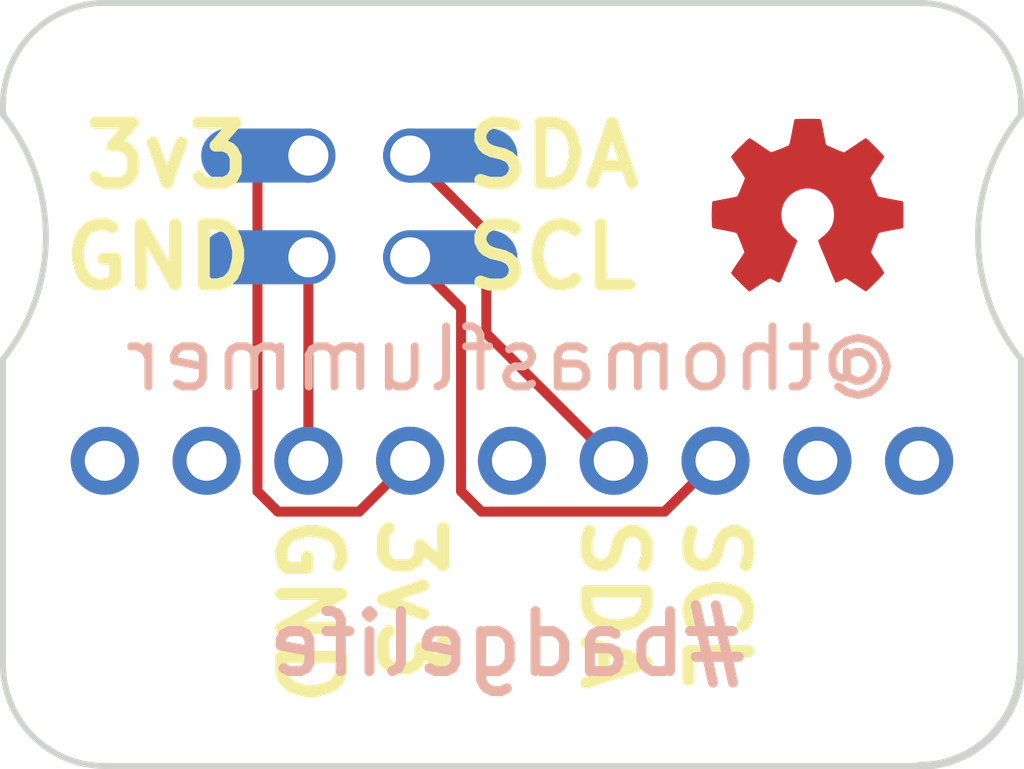
<source format=kicad_pcb>
(kicad_pcb (version 20171130) (host pcbnew "(5.0.0-rc2-dev-222-g3b0a758)")

  (general
    (thickness 1.6)
    (drawings 22)
    (tracks 15)
    (zones 0)
    (modules 3)
    (nets 5)
  )

  (page A4)
  (layers
    (0 F.Cu signal)
    (31 B.Cu signal)
    (32 B.Adhes user)
    (33 F.Adhes user)
    (34 B.Paste user)
    (35 F.Paste user)
    (36 B.SilkS user)
    (37 F.SilkS user)
    (38 B.Mask user)
    (39 F.Mask user)
    (40 Dwgs.User user)
    (41 Cmts.User user)
    (42 Eco1.User user)
    (43 Eco2.User user)
    (44 Edge.Cuts user)
    (45 Margin user)
    (46 B.CrtYd user)
    (47 F.CrtYd user)
    (48 B.Fab user)
    (49 F.Fab user)
  )

  (setup
    (last_trace_width 0.25)
    (trace_clearance 0.2)
    (zone_clearance 0.508)
    (zone_45_only no)
    (trace_min 0.2)
    (segment_width 0.2)
    (edge_width 0.15)
    (via_size 0.8)
    (via_drill 0.4)
    (via_min_size 0.4)
    (via_min_drill 0.3)
    (uvia_size 0.3)
    (uvia_drill 0.1)
    (uvias_allowed no)
    (uvia_min_size 0.2)
    (uvia_min_drill 0.1)
    (pcb_text_width 0.3)
    (pcb_text_size 1.5 1.5)
    (mod_edge_width 0.15)
    (mod_text_size 1 1)
    (mod_text_width 0.15)
    (pad_size 1.524 1.524)
    (pad_drill 0.762)
    (pad_to_mask_clearance 0.2)
    (aux_axis_origin 0 0)
    (visible_elements FFFFFF7F)
    (pcbplotparams
      (layerselection 0x010fc_ffffffff)
      (usegerberextensions true)
      (usegerberattributes false)
      (usegerberadvancedattributes false)
      (creategerberjobfile false)
      (excludeedgelayer true)
      (linewidth 0.100000)
      (plotframeref false)
      (viasonmask false)
      (mode 1)
      (useauxorigin false)
      (hpglpennumber 1)
      (hpglpenspeed 20)
      (hpglpendiameter 15)
      (psnegative false)
      (psa4output false)
      (plotreference true)
      (plotvalue true)
      (plotinvisibletext false)
      (padsonsilk false)
      (subtractmaskfromsilk false)
      (outputformat 1)
      (mirror false)
      (drillshape 0)
      (scaleselection 1)
      (outputdirectory GERBER/))
  )

  (net 0 "")
  (net 1 SDA)
  (net 2 SCL)
  (net 3 GND)
  (net 4 +3V3)

  (net_class Default "This is the default net class."
    (clearance 0.2)
    (trace_width 0.25)
    (via_dia 0.8)
    (via_drill 0.4)
    (uvia_dia 0.3)
    (uvia_drill 0.1)
    (add_net +3V3)
    (add_net GND)
    (add_net SCL)
    (add_net SDA)
  )

  (module badgelife:ShittyAddon_M20-7810245_backmount (layer F.Cu) (tedit 5B107464) (tstamp 5B10B1C7)
    (at 86.36 73.66)
    (descr "Through hole straight pin header, 2x02, 2.54mm pitch, double rows")
    (tags "Through hole pin header THT 2x02 2.54mm double row")
    (path /5B12FF7F)
    (fp_text reference J1 (at 1.27 -2.33) (layer F.SilkS) hide
      (effects (font (size 1 1) (thickness 0.15)))
    )
    (fp_text value Shitty_Addon (at 1.27 4.87) (layer F.Fab) hide
      (effects (font (size 1 1) (thickness 0.15)))
    )
    (fp_line (start 4.35 -1.8) (end -1.8 -1.8) (layer F.CrtYd) (width 0.05))
    (fp_line (start 4.35 4.35) (end 4.35 -1.8) (layer F.CrtYd) (width 0.05))
    (fp_line (start -1.8 4.35) (end 4.35 4.35) (layer F.CrtYd) (width 0.05))
    (fp_line (start -1.8 -1.8) (end -1.8 4.35) (layer F.CrtYd) (width 0.05))
    (fp_line (start -1.27 0) (end 0 -1.27) (layer F.Fab) (width 0.1))
    (fp_line (start -1.27 3.81) (end -1.27 0) (layer F.Fab) (width 0.1))
    (fp_line (start 3.81 3.81) (end -1.27 3.81) (layer F.Fab) (width 0.1))
    (fp_line (start 3.81 -1.27) (end 3.81 3.81) (layer F.Fab) (width 0.1))
    (fp_line (start 0 -1.27) (end 3.81 -1.27) (layer F.Fab) (width 0.1))
    (pad "" np_thru_hole circle (at 1.27 1.27) (size 1.8 1.8) (drill 1.8) (layers *.Cu *.Mask)
      (solder_mask_margin 0.001))
    (pad 3 smd oval (at 2.54 2.54) (size 3.35 1.35) (drill (offset 1 0)) (layers B.Cu B.Paste B.Mask)
      (net 2 SCL))
    (pad 4 smd oval (at 2.54 0) (size 3.35 1.35) (drill (offset 1 0)) (layers B.Cu B.Paste B.Mask)
      (net 1 SDA))
    (pad 2 smd oval (at 0 2.54) (size 3.35 1.35) (drill (offset -1 0)) (layers B.Cu B.Paste B.Mask)
      (net 3 GND))
    (pad 1 smd oval (at 0 0) (size 3.35 1.35) (drill (offset -1 0)) (layers B.Cu B.Paste B.Mask)
      (net 4 +3V3))
    (pad 3 thru_hole oval (at 2.54 2.54) (size 1.35 1.35) (drill 1) (layers *.Cu *.Mask)
      (net 2 SCL))
    (pad 2 thru_hole oval (at 0 2.54) (size 1.35 1.35) (drill 1) (layers *.Cu *.Mask)
      (net 3 GND))
    (pad 4 thru_hole oval (at 2.54 0) (size 1.35 1.35) (drill 1) (layers *.Cu *.Mask)
      (net 1 SDA))
    (pad 1 thru_hole circle (at 0 0) (size 1.35 1.35) (drill 1) (layers *.Cu *.Mask)
      (net 4 +3V3))
    (model ${KISYS3DMOD}/Pin_Headers.3dshapes/Pin_Header_Straight_2x02_Pitch2.54mm.wrl
      (at (xyz 0 0 0))
      (scale (xyz 1 1 1))
      (rotate (xyz 0 0 0))
    )
  )

  (module Aesthetics:oshw_logo_5.0mm (layer F.Cu) (tedit 5B1074F9) (tstamp 5B10BB93)
    (at 98.806 74.93)
    (fp_text reference G*** (at 0 0) (layer F.SilkS) hide
      (effects (font (size 1.524 1.524) (thickness 0.3)))
    )
    (fp_text value LOGO (at 0.75 0) (layer F.SilkS) hide
      (effects (font (size 1.524 1.524) (thickness 0.3)))
    )
    (fp_poly (pts (xy 0.111434 -2.184355) (xy 0.186793 -2.184044) (xy 0.242845 -2.1832) (xy 0.282638 -2.181562)
      (xy 0.309217 -2.178862) (xy 0.32563 -2.174838) (xy 0.334924 -2.169224) (xy 0.340145 -2.161756)
      (xy 0.342779 -2.155825) (xy 0.348476 -2.135392) (xy 0.357787 -2.093937) (xy 0.369897 -2.035449)
      (xy 0.38399 -1.963918) (xy 0.399253 -1.883334) (xy 0.406863 -1.842018) (xy 0.422263 -1.759231)
      (xy 0.436763 -1.684265) (xy 0.449583 -1.620932) (xy 0.459938 -1.573044) (xy 0.467047 -1.544413)
      (xy 0.469168 -1.538459) (xy 0.483098 -1.52899) (xy 0.516094 -1.512159) (xy 0.563589 -1.489913)
      (xy 0.621018 -1.464204) (xy 0.683814 -1.436979) (xy 0.747411 -1.410187) (xy 0.807244 -1.385778)
      (xy 0.858745 -1.365701) (xy 0.89735 -1.351904) (xy 0.918492 -1.346337) (xy 0.919335 -1.346306)
      (xy 0.933315 -1.353246) (xy 0.965159 -1.372703) (xy 1.011855 -1.40272) (xy 1.070396 -1.441341)
      (xy 1.137771 -1.486607) (xy 1.19282 -1.524106) (xy 1.264862 -1.573094) (xy 1.330329 -1.616911)
      (xy 1.386217 -1.653602) (xy 1.429519 -1.681213) (xy 1.45723 -1.697787) (xy 1.466006 -1.7018)
      (xy 1.479604 -1.693044) (xy 1.507576 -1.6688) (xy 1.546921 -1.632111) (xy 1.594637 -1.586018)
      (xy 1.647723 -1.533561) (xy 1.703177 -1.477781) (xy 1.757999 -1.42172) (xy 1.809186 -1.368417)
      (xy 1.853739 -1.320915) (xy 1.888655 -1.282254) (xy 1.910932 -1.255474) (xy 1.9177 -1.244142)
      (xy 1.911874 -1.228015) (xy 1.894027 -1.196072) (xy 1.863601 -1.147457) (xy 1.820038 -1.081315)
      (xy 1.762781 -0.99679) (xy 1.691274 -0.893026) (xy 1.655996 -0.842266) (xy 1.623255 -0.793649)
      (xy 1.596832 -0.751357) (xy 1.579741 -0.720415) (xy 1.5748 -0.706875) (xy 1.579603 -0.69071)
      (xy 1.592737 -0.655838) (xy 1.612286 -0.606797) (xy 1.636336 -0.548123) (xy 1.662972 -0.484351)
      (xy 1.690279 -0.420019) (xy 1.716341 -0.359662) (xy 1.739245 -0.307816) (xy 1.757076 -0.269018)
      (xy 1.767917 -0.247804) (xy 1.769553 -0.245513) (xy 1.78339 -0.241411) (xy 1.818662 -0.23346)
      (xy 1.87182 -0.222389) (xy 1.939314 -0.208926) (xy 2.017597 -0.193798) (xy 2.070506 -0.183805)
      (xy 2.154519 -0.167934) (xy 2.230703 -0.15327) (xy 2.295334 -0.140553) (xy 2.344685 -0.130522)
      (xy 2.37503 -0.123916) (xy 2.382579 -0.121898) (xy 2.388157 -0.115705) (xy 2.392479 -0.100135)
      (xy 2.39569 -0.072502) (xy 2.397933 -0.030121) (xy 2.399353 0.029695) (xy 2.400094 0.109632)
      (xy 2.400299 0.208295) (xy 2.400181 0.307636) (xy 2.399695 0.384513) (xy 2.398643 0.441858)
      (xy 2.396827 0.482607) (xy 2.394051 0.509695) (xy 2.390115 0.526055) (xy 2.384824 0.534622)
      (xy 2.378075 0.538302) (xy 2.356063 0.543413) (xy 2.3161 0.551457) (xy 2.265258 0.561034)
      (xy 2.24155 0.565321) (xy 2.117801 0.587681) (xy 2.017073 0.606531) (xy 1.937298 0.622335)
      (xy 1.876409 0.635557) (xy 1.832339 0.646661) (xy 1.80302 0.65611) (xy 1.786385 0.664369)
      (xy 1.782009 0.668416) (xy 1.773299 0.685233) (xy 1.757362 0.720782) (xy 1.736022 0.770589)
      (xy 1.711098 0.830178) (xy 1.684411 0.895074) (xy 1.657782 0.960802) (xy 1.633034 1.022887)
      (xy 1.611985 1.076853) (xy 1.596458 1.118224) (xy 1.588274 1.142527) (xy 1.587464 1.146526)
      (xy 1.594376 1.159384) (xy 1.613738 1.190038) (xy 1.64352 1.235412) (xy 1.68169 1.292432)
      (xy 1.726219 1.358026) (xy 1.7526 1.39652) (xy 1.799945 1.46637) (xy 1.841988 1.530297)
      (xy 1.876672 1.585018) (xy 1.901942 1.627248) (xy 1.91574 1.653704) (xy 1.9177 1.660169)
      (xy 1.908866 1.675936) (xy 1.88377 1.706928) (xy 1.844515 1.750828) (xy 1.79321 1.805319)
      (xy 1.731957 1.868083) (xy 1.696686 1.903408) (xy 1.62769 1.971797) (xy 1.574215 2.024081)
      (xy 1.5339 2.062192) (xy 1.504384 2.088064) (xy 1.483305 2.103629) (xy 1.468303 2.110821)
      (xy 1.457016 2.111572) (xy 1.447084 2.107817) (xy 1.447038 2.107792) (xy 1.428193 2.096148)
      (xy 1.392068 2.072462) (xy 1.342264 2.039149) (xy 1.282386 1.998622) (xy 1.216038 1.953298)
      (xy 1.198983 1.941583) (xy 1.132693 1.896504) (xy 1.072898 1.856798) (xy 1.022937 1.824603)
      (xy 0.986146 1.80206) (xy 0.965865 1.791307) (xy 0.963542 1.7907) (xy 0.946001 1.796249)
      (xy 0.911705 1.811191) (xy 0.86631 1.832967) (xy 0.834429 1.849109) (xy 0.783464 1.873833)
      (xy 0.742639 1.890544) (xy 0.716612 1.89747) (xy 0.710212 1.896392) (xy 0.702727 1.882253)
      (xy 0.686899 1.847593) (xy 0.664015 1.795395) (xy 0.635363 1.728639) (xy 0.602229 1.650309)
      (xy 0.565901 1.563387) (xy 0.552058 1.530007) (xy 0.511417 1.43187) (xy 0.470535 1.333258)
      (xy 0.431366 1.238881) (xy 0.395866 1.153449) (xy 0.365992 1.081672) (xy 0.343698 1.028257)
      (xy 0.342215 1.024713) (xy 0.318446 0.96666) (xy 0.298801 0.91624) (xy 0.285174 0.878498)
      (xy 0.279463 0.858478) (xy 0.2794 0.857553) (xy 0.289106 0.842435) (xy 0.314784 0.81803)
      (xy 0.351272 0.789138) (xy 0.358775 0.783699) (xy 0.469563 0.692135) (xy 0.556364 0.592688)
      (xy 0.619538 0.484707) (xy 0.659446 0.367542) (xy 0.67645 0.240541) (xy 0.67716 0.20955)
      (xy 0.666578 0.082535) (xy 0.633408 -0.034164) (xy 0.576826 -0.142612) (xy 0.49601 -0.244869)
      (xy 0.495377 -0.245547) (xy 0.400425 -0.329495) (xy 0.294542 -0.392157) (xy 0.180851 -0.433403)
      (xy 0.062475 -0.453105) (xy -0.057464 -0.451134) (xy -0.175843 -0.427362) (xy -0.28954 -0.38166)
      (xy -0.395431 -0.313899) (xy -0.43142 -0.28374) (xy -0.519804 -0.188532) (xy -0.585245 -0.082458)
      (xy -0.627561 0.034071) (xy -0.646569 0.160645) (xy -0.6477 0.201869) (xy -0.638645 0.328752)
      (xy -0.610541 0.442511) (xy -0.561983 0.54579) (xy -0.491562 0.641228) (xy -0.397874 0.73147)
      (xy -0.342612 0.774913) (xy -0.302571 0.806539) (xy -0.271946 0.834426) (xy -0.255523 0.854061)
      (xy -0.254 0.85849) (xy -0.258708 0.874088) (xy -0.272083 0.910288) (xy -0.293001 0.964256)
      (xy -0.320341 1.033155) (xy -0.352979 1.114151) (xy -0.389793 1.204408) (xy -0.420746 1.279563)
      (xy -0.462042 1.379483) (xy -0.501943 1.476158) (xy -0.538971 1.565996) (xy -0.571648 1.645405)
      (xy -0.598494 1.710794) (xy -0.618032 1.758569) (xy -0.625919 1.778) (xy -0.64994 1.836664)
      (xy -0.669029 1.874105) (xy -0.688403 1.892385) (xy -0.713279 1.893565) (xy -0.748873 1.879706)
      (xy -0.800404 1.852871) (xy -0.806786 1.849473) (xy -0.855627 1.824337) (xy -0.897068 1.804567)
      (xy -0.925397 1.792809) (xy -0.933724 1.7907) (xy -0.948527 1.79759) (xy -0.981044 1.816912)
      (xy -1.028101 1.846641) (xy -1.086528 1.884752) (xy -1.153151 1.929219) (xy -1.192355 1.9558)
      (xy -1.261682 2.002808) (xy -1.324043 2.044608) (xy -1.376381 2.07919) (xy -1.415635 2.104542)
      (xy -1.438748 2.118655) (xy -1.443517 2.1209) (xy -1.454646 2.112312) (xy -1.481149 2.088178)
      (xy -1.520468 2.05094) (xy -1.570046 2.003041) (xy -1.627325 1.946923) (xy -1.672403 1.902299)
      (xy -1.733518 1.840672) (xy -1.788104 1.783955) (xy -1.833678 1.734866) (xy -1.86776 1.69612)
      (xy -1.887868 1.670434) (xy -1.892301 1.661619) (xy -1.88533 1.645174) (xy -1.865796 1.611231)
      (xy -1.83576 1.563057) (xy -1.797286 1.503919) (xy -1.752438 1.437084) (xy -1.727573 1.400794)
      (xy -1.680322 1.331671) (xy -1.638332 1.269019) (xy -1.603659 1.216007) (xy -1.578359 1.175804)
      (xy -1.564488 1.151579) (xy -1.562473 1.146326) (xy -1.567009 1.128281) (xy -1.579729 1.091444)
      (xy -1.598796 1.040364) (xy -1.622371 0.97959) (xy -1.648617 0.913668) (xy -1.675695 0.847147)
      (xy -1.701768 0.784575) (xy -1.724998 0.7305) (xy -1.743547 0.68947) (xy -1.755576 0.666033)
      (xy -1.757843 0.662891) (xy -1.774549 0.655928) (xy -1.812507 0.645538) (xy -1.867932 0.63258)
      (xy -1.937039 0.617916) (xy -2.016045 0.602405) (xy -2.058537 0.594518) (xy -2.14107 0.579082)
      (xy -2.215608 0.564363) (xy -2.278373 0.55117) (xy -2.325588 0.540312) (xy -2.353475 0.532598)
      (xy -2.359025 0.530146) (xy -2.364553 0.513562) (xy -2.36902 0.476184) (xy -2.372437 0.422192)
      (xy -2.374815 0.355765) (xy -2.376164 0.281085) (xy -2.376495 0.202331) (xy -2.375818 0.123682)
      (xy -2.374144 0.049319) (xy -2.371482 -0.016578) (xy -2.367844 -0.06983) (xy -2.36324 -0.106256)
      (xy -2.35768 -0.121677) (xy -2.357394 -0.121816) (xy -2.340372 -0.125967) (xy -2.30209 -0.133979)
      (xy -2.246265 -0.145116) (xy -2.17662 -0.158643) (xy -2.096873 -0.173824) (xy -2.045079 -0.183542)
      (xy -1.961507 -0.199502) (xy -1.88627 -0.214571) (xy -1.822974 -0.227967) (xy -1.775226 -0.238913)
      (xy -1.746632 -0.246628) (xy -1.740101 -0.24945) (xy -1.73049 -0.266097) (xy -1.713576 -0.301559)
      (xy -1.691308 -0.351182) (xy -1.665638 -0.410312) (xy -1.638516 -0.474296) (xy -1.611893 -0.538479)
      (xy -1.587719 -0.598209) (xy -1.567946 -0.648832) (xy -1.554525 -0.685694) (xy -1.549405 -0.704142)
      (xy -1.5494 -0.704369) (xy -1.556346 -0.72086) (xy -1.575823 -0.754911) (xy -1.605794 -0.803278)
      (xy -1.644219 -0.862717) (xy -1.689059 -0.929982) (xy -1.716156 -0.969776) (xy -1.764046 -1.040169)
      (xy -1.807128 -1.104607) (xy -1.843271 -1.159814) (xy -1.870346 -1.202513) (xy -1.886224 -1.229429)
      (xy -1.88941 -1.236311) (xy -1.886622 -1.249132) (xy -1.872423 -1.271095) (xy -1.845371 -1.303846)
      (xy -1.804023 -1.349031) (xy -1.746937 -1.408294) (xy -1.675166 -1.480786) (xy -1.613507 -1.541902)
      (xy -1.5572 -1.596537) (xy -1.508873 -1.642237) (xy -1.471153 -1.676547) (xy -1.446668 -1.697013)
      (xy -1.438616 -1.7018) (xy -1.424123 -1.69485) (xy -1.391901 -1.675332) (xy -1.345028 -1.645246)
      (xy -1.286584 -1.60659) (xy -1.219645 -1.561364) (xy -1.17178 -1.528521) (xy -1.100601 -1.479713)
      (xy -1.035645 -1.435788) (xy -0.980049 -1.398818) (xy -0.936953 -1.370876) (xy -0.909495 -1.354035)
      (xy -0.901491 -1.350015) (xy -0.884222 -1.352996) (xy -0.848282 -1.364178) (xy -0.798337 -1.381724)
      (xy -0.73905 -1.403798) (xy -0.675084 -1.428566) (xy -0.611102 -1.454192) (xy -0.551768 -1.478838)
      (xy -0.501746 -1.500671) (xy -0.4657 -1.517853) (xy -0.448507 -1.528333) (xy -0.442093 -1.544465)
      (xy -0.432029 -1.58202) (xy -0.419123 -1.63741) (xy -0.404183 -1.707052) (xy -0.388014 -1.78736)
      (xy -0.375657 -1.851956) (xy -0.359425 -1.937637) (xy -0.344366 -2.015142) (xy -0.331196 -2.080937)
      (xy -0.320634 -2.131485) (xy -0.313397 -2.163249) (xy -0.310576 -2.172631) (xy -0.296189 -2.176023)
      (xy -0.259511 -2.17899) (xy -0.203648 -2.181418) (xy -0.131706 -2.183194) (xy -0.046792 -2.184206)
      (xy 0.013721 -2.1844) (xy 0.111434 -2.184355)) (layer F.Cu) (width 0.01))
    (fp_poly (pts (xy 0.111434 -2.184355) (xy 0.186793 -2.184044) (xy 0.242845 -2.1832) (xy 0.282638 -2.181562)
      (xy 0.309217 -2.178862) (xy 0.32563 -2.174838) (xy 0.334924 -2.169224) (xy 0.340145 -2.161756)
      (xy 0.342779 -2.155825) (xy 0.348476 -2.135392) (xy 0.357787 -2.093937) (xy 0.369897 -2.035449)
      (xy 0.38399 -1.963918) (xy 0.399253 -1.883334) (xy 0.406863 -1.842018) (xy 0.422263 -1.759231)
      (xy 0.436763 -1.684265) (xy 0.449583 -1.620932) (xy 0.459938 -1.573044) (xy 0.467047 -1.544413)
      (xy 0.469168 -1.538459) (xy 0.483098 -1.52899) (xy 0.516094 -1.512159) (xy 0.563589 -1.489913)
      (xy 0.621018 -1.464204) (xy 0.683814 -1.436979) (xy 0.747411 -1.410187) (xy 0.807244 -1.385778)
      (xy 0.858745 -1.365701) (xy 0.89735 -1.351904) (xy 0.918492 -1.346337) (xy 0.919335 -1.346306)
      (xy 0.933315 -1.353246) (xy 0.965159 -1.372703) (xy 1.011855 -1.40272) (xy 1.070396 -1.441341)
      (xy 1.137771 -1.486607) (xy 1.19282 -1.524106) (xy 1.264862 -1.573094) (xy 1.330329 -1.616911)
      (xy 1.386217 -1.653602) (xy 1.429519 -1.681213) (xy 1.45723 -1.697787) (xy 1.466006 -1.7018)
      (xy 1.479604 -1.693044) (xy 1.507576 -1.6688) (xy 1.546921 -1.632111) (xy 1.594637 -1.586018)
      (xy 1.647723 -1.533561) (xy 1.703177 -1.477781) (xy 1.757999 -1.42172) (xy 1.809186 -1.368417)
      (xy 1.853739 -1.320915) (xy 1.888655 -1.282254) (xy 1.910932 -1.255474) (xy 1.9177 -1.244142)
      (xy 1.911874 -1.228015) (xy 1.894027 -1.196072) (xy 1.863601 -1.147457) (xy 1.820038 -1.081315)
      (xy 1.762781 -0.99679) (xy 1.691274 -0.893026) (xy 1.655996 -0.842266) (xy 1.623255 -0.793649)
      (xy 1.596832 -0.751357) (xy 1.579741 -0.720415) (xy 1.5748 -0.706875) (xy 1.579603 -0.69071)
      (xy 1.592737 -0.655838) (xy 1.612286 -0.606797) (xy 1.636336 -0.548123) (xy 1.662972 -0.484351)
      (xy 1.690279 -0.420019) (xy 1.716341 -0.359662) (xy 1.739245 -0.307816) (xy 1.757076 -0.269018)
      (xy 1.767917 -0.247804) (xy 1.769553 -0.245513) (xy 1.78339 -0.241411) (xy 1.818662 -0.23346)
      (xy 1.87182 -0.222389) (xy 1.939314 -0.208926) (xy 2.017597 -0.193798) (xy 2.070506 -0.183805)
      (xy 2.154519 -0.167934) (xy 2.230703 -0.15327) (xy 2.295334 -0.140553) (xy 2.344685 -0.130522)
      (xy 2.37503 -0.123916) (xy 2.382579 -0.121898) (xy 2.388157 -0.115705) (xy 2.392479 -0.100135)
      (xy 2.39569 -0.072502) (xy 2.397933 -0.030121) (xy 2.399353 0.029695) (xy 2.400094 0.109632)
      (xy 2.400299 0.208295) (xy 2.400181 0.307636) (xy 2.399695 0.384513) (xy 2.398643 0.441858)
      (xy 2.396827 0.482607) (xy 2.394051 0.509695) (xy 2.390115 0.526055) (xy 2.384824 0.534622)
      (xy 2.378075 0.538302) (xy 2.356063 0.543413) (xy 2.3161 0.551457) (xy 2.265258 0.561034)
      (xy 2.24155 0.565321) (xy 2.117801 0.587681) (xy 2.017073 0.606531) (xy 1.937298 0.622335)
      (xy 1.876409 0.635557) (xy 1.832339 0.646661) (xy 1.80302 0.65611) (xy 1.786385 0.664369)
      (xy 1.782009 0.668416) (xy 1.773299 0.685233) (xy 1.757362 0.720782) (xy 1.736022 0.770589)
      (xy 1.711098 0.830178) (xy 1.684411 0.895074) (xy 1.657782 0.960802) (xy 1.633034 1.022887)
      (xy 1.611985 1.076853) (xy 1.596458 1.118224) (xy 1.588274 1.142527) (xy 1.587464 1.146526)
      (xy 1.594376 1.159384) (xy 1.613738 1.190038) (xy 1.64352 1.235412) (xy 1.68169 1.292432)
      (xy 1.726219 1.358026) (xy 1.7526 1.39652) (xy 1.799945 1.46637) (xy 1.841988 1.530297)
      (xy 1.876672 1.585018) (xy 1.901942 1.627248) (xy 1.91574 1.653704) (xy 1.9177 1.660169)
      (xy 1.908866 1.675936) (xy 1.88377 1.706928) (xy 1.844515 1.750828) (xy 1.79321 1.805319)
      (xy 1.731957 1.868083) (xy 1.696686 1.903408) (xy 1.62769 1.971797) (xy 1.574215 2.024081)
      (xy 1.5339 2.062192) (xy 1.504384 2.088064) (xy 1.483305 2.103629) (xy 1.468303 2.110821)
      (xy 1.457016 2.111572) (xy 1.447084 2.107817) (xy 1.447038 2.107792) (xy 1.428193 2.096148)
      (xy 1.392068 2.072462) (xy 1.342264 2.039149) (xy 1.282386 1.998622) (xy 1.216038 1.953298)
      (xy 1.198983 1.941583) (xy 1.132693 1.896504) (xy 1.072898 1.856798) (xy 1.022937 1.824603)
      (xy 0.986146 1.80206) (xy 0.965865 1.791307) (xy 0.963542 1.7907) (xy 0.946001 1.796249)
      (xy 0.911705 1.811191) (xy 0.86631 1.832967) (xy 0.834429 1.849109) (xy 0.783464 1.873833)
      (xy 0.742639 1.890544) (xy 0.716612 1.89747) (xy 0.710212 1.896392) (xy 0.702727 1.882253)
      (xy 0.686899 1.847593) (xy 0.664015 1.795395) (xy 0.635363 1.728639) (xy 0.602229 1.650309)
      (xy 0.565901 1.563387) (xy 0.552058 1.530007) (xy 0.511417 1.43187) (xy 0.470535 1.333258)
      (xy 0.431366 1.238881) (xy 0.395866 1.153449) (xy 0.365992 1.081672) (xy 0.343698 1.028257)
      (xy 0.342215 1.024713) (xy 0.318446 0.96666) (xy 0.298801 0.91624) (xy 0.285174 0.878498)
      (xy 0.279463 0.858478) (xy 0.2794 0.857553) (xy 0.289106 0.842435) (xy 0.314784 0.81803)
      (xy 0.351272 0.789138) (xy 0.358775 0.783699) (xy 0.469563 0.692135) (xy 0.556364 0.592688)
      (xy 0.619538 0.484707) (xy 0.659446 0.367542) (xy 0.67645 0.240541) (xy 0.67716 0.20955)
      (xy 0.666578 0.082535) (xy 0.633408 -0.034164) (xy 0.576826 -0.142612) (xy 0.49601 -0.244869)
      (xy 0.495377 -0.245547) (xy 0.400425 -0.329495) (xy 0.294542 -0.392157) (xy 0.180851 -0.433403)
      (xy 0.062475 -0.453105) (xy -0.057464 -0.451134) (xy -0.175843 -0.427362) (xy -0.28954 -0.38166)
      (xy -0.395431 -0.313899) (xy -0.43142 -0.28374) (xy -0.519804 -0.188532) (xy -0.585245 -0.082458)
      (xy -0.627561 0.034071) (xy -0.646569 0.160645) (xy -0.6477 0.201869) (xy -0.638645 0.328752)
      (xy -0.610541 0.442511) (xy -0.561983 0.54579) (xy -0.491562 0.641228) (xy -0.397874 0.73147)
      (xy -0.342612 0.774913) (xy -0.302571 0.806539) (xy -0.271946 0.834426) (xy -0.255523 0.854061)
      (xy -0.254 0.85849) (xy -0.258708 0.874088) (xy -0.272083 0.910288) (xy -0.293001 0.964256)
      (xy -0.320341 1.033155) (xy -0.352979 1.114151) (xy -0.389793 1.204408) (xy -0.420746 1.279563)
      (xy -0.462042 1.379483) (xy -0.501943 1.476158) (xy -0.538971 1.565996) (xy -0.571648 1.645405)
      (xy -0.598494 1.710794) (xy -0.618032 1.758569) (xy -0.625919 1.778) (xy -0.64994 1.836664)
      (xy -0.669029 1.874105) (xy -0.688403 1.892385) (xy -0.713279 1.893565) (xy -0.748873 1.879706)
      (xy -0.800404 1.852871) (xy -0.806786 1.849473) (xy -0.855627 1.824337) (xy -0.897068 1.804567)
      (xy -0.925397 1.792809) (xy -0.933724 1.7907) (xy -0.948527 1.79759) (xy -0.981044 1.816912)
      (xy -1.028101 1.846641) (xy -1.086528 1.884752) (xy -1.153151 1.929219) (xy -1.192355 1.9558)
      (xy -1.261682 2.002808) (xy -1.324043 2.044608) (xy -1.376381 2.07919) (xy -1.415635 2.104542)
      (xy -1.438748 2.118655) (xy -1.443517 2.1209) (xy -1.454646 2.112312) (xy -1.481149 2.088178)
      (xy -1.520468 2.05094) (xy -1.570046 2.003041) (xy -1.627325 1.946923) (xy -1.672403 1.902299)
      (xy -1.733518 1.840672) (xy -1.788104 1.783955) (xy -1.833678 1.734866) (xy -1.86776 1.69612)
      (xy -1.887868 1.670434) (xy -1.892301 1.661619) (xy -1.88533 1.645174) (xy -1.865796 1.611231)
      (xy -1.83576 1.563057) (xy -1.797286 1.503919) (xy -1.752438 1.437084) (xy -1.727573 1.400794)
      (xy -1.680322 1.331671) (xy -1.638332 1.269019) (xy -1.603659 1.216007) (xy -1.578359 1.175804)
      (xy -1.564488 1.151579) (xy -1.562473 1.146326) (xy -1.567009 1.128281) (xy -1.579729 1.091444)
      (xy -1.598796 1.040364) (xy -1.622371 0.97959) (xy -1.648617 0.913668) (xy -1.675695 0.847147)
      (xy -1.701768 0.784575) (xy -1.724998 0.7305) (xy -1.743547 0.68947) (xy -1.755576 0.666033)
      (xy -1.757843 0.662891) (xy -1.774549 0.655928) (xy -1.812507 0.645538) (xy -1.867932 0.63258)
      (xy -1.937039 0.617916) (xy -2.016045 0.602405) (xy -2.058537 0.594518) (xy -2.14107 0.579082)
      (xy -2.215608 0.564363) (xy -2.278373 0.55117) (xy -2.325588 0.540312) (xy -2.353475 0.532598)
      (xy -2.359025 0.530146) (xy -2.364553 0.513562) (xy -2.36902 0.476184) (xy -2.372437 0.422192)
      (xy -2.374815 0.355765) (xy -2.376164 0.281085) (xy -2.376495 0.202331) (xy -2.375818 0.123682)
      (xy -2.374144 0.049319) (xy -2.371482 -0.016578) (xy -2.367844 -0.06983) (xy -2.36324 -0.106256)
      (xy -2.35768 -0.121677) (xy -2.357394 -0.121816) (xy -2.340372 -0.125967) (xy -2.30209 -0.133979)
      (xy -2.246265 -0.145116) (xy -2.17662 -0.158643) (xy -2.096873 -0.173824) (xy -2.045079 -0.183542)
      (xy -1.961507 -0.199502) (xy -1.88627 -0.214571) (xy -1.822974 -0.227967) (xy -1.775226 -0.238913)
      (xy -1.746632 -0.246628) (xy -1.740101 -0.24945) (xy -1.73049 -0.266097) (xy -1.713576 -0.301559)
      (xy -1.691308 -0.351182) (xy -1.665638 -0.410312) (xy -1.638516 -0.474296) (xy -1.611893 -0.538479)
      (xy -1.587719 -0.598209) (xy -1.567946 -0.648832) (xy -1.554525 -0.685694) (xy -1.549405 -0.704142)
      (xy -1.5494 -0.704369) (xy -1.556346 -0.72086) (xy -1.575823 -0.754911) (xy -1.605794 -0.803278)
      (xy -1.644219 -0.862717) (xy -1.689059 -0.929982) (xy -1.716156 -0.969776) (xy -1.764046 -1.040169)
      (xy -1.807128 -1.104607) (xy -1.843271 -1.159814) (xy -1.870346 -1.202513) (xy -1.886224 -1.229429)
      (xy -1.88941 -1.236311) (xy -1.886622 -1.249132) (xy -1.872423 -1.271095) (xy -1.845371 -1.303846)
      (xy -1.804023 -1.349031) (xy -1.746937 -1.408294) (xy -1.675166 -1.480786) (xy -1.613507 -1.541902)
      (xy -1.5572 -1.596537) (xy -1.508873 -1.642237) (xy -1.471153 -1.676547) (xy -1.446668 -1.697013)
      (xy -1.438616 -1.7018) (xy -1.424123 -1.69485) (xy -1.391901 -1.675332) (xy -1.345028 -1.645246)
      (xy -1.286584 -1.60659) (xy -1.219645 -1.561364) (xy -1.17178 -1.528521) (xy -1.100601 -1.479713)
      (xy -1.035645 -1.435788) (xy -0.980049 -1.398818) (xy -0.936953 -1.370876) (xy -0.909495 -1.354035)
      (xy -0.901491 -1.350015) (xy -0.884222 -1.352996) (xy -0.848282 -1.364178) (xy -0.798337 -1.381724)
      (xy -0.73905 -1.403798) (xy -0.675084 -1.428566) (xy -0.611102 -1.454192) (xy -0.551768 -1.478838)
      (xy -0.501746 -1.500671) (xy -0.4657 -1.517853) (xy -0.448507 -1.528333) (xy -0.442093 -1.544465)
      (xy -0.432029 -1.58202) (xy -0.419123 -1.63741) (xy -0.404183 -1.707052) (xy -0.388014 -1.78736)
      (xy -0.375657 -1.851956) (xy -0.359425 -1.937637) (xy -0.344366 -2.015142) (xy -0.331196 -2.080937)
      (xy -0.320634 -2.131485) (xy -0.313397 -2.163249) (xy -0.310576 -2.172631) (xy -0.296189 -2.176023)
      (xy -0.259511 -2.17899) (xy -0.203648 -2.181418) (xy -0.131706 -2.183194) (xy -0.046792 -2.184206)
      (xy 0.013721 -2.1844) (xy 0.111434 -2.184355)) (layer F.Mask) (width 0.01))
  )

  (module Pin_Headers:Pin_Header_Straight_1x09_Pitch2.54mm (layer F.Cu) (tedit 5B107468) (tstamp 5B10B2A7)
    (at 101.6 81.28 270)
    (descr "Through hole straight pin header, 1x09, 2.54mm pitch, single row")
    (tags "Through hole pin header THT 1x09 2.54mm single row")
    (path /5B1061F8)
    (fp_text reference J2 (at 0 -2.33 270) (layer F.SilkS) hide
      (effects (font (size 1 1) (thickness 0.15)))
    )
    (fp_text value BelgradeBadgeConnector (at 2.54 10.16 180) (layer F.Fab) hide
      (effects (font (size 1 1) (thickness 0.15)))
    )
    (fp_text user %R (at 0 10.16) (layer F.Fab)
      (effects (font (size 1 1) (thickness 0.15)))
    )
    (fp_line (start 1.8 -1.8) (end -1.8 -1.8) (layer F.CrtYd) (width 0.05))
    (fp_line (start 1.8 22.1) (end 1.8 -1.8) (layer F.CrtYd) (width 0.05))
    (fp_line (start -1.8 22.1) (end 1.8 22.1) (layer F.CrtYd) (width 0.05))
    (fp_line (start -1.8 -1.8) (end -1.8 22.1) (layer F.CrtYd) (width 0.05))
    (fp_line (start -1.27 -0.635) (end -0.635 -1.27) (layer F.Fab) (width 0.1))
    (fp_line (start -1.27 21.59) (end -1.27 -0.635) (layer F.Fab) (width 0.1))
    (fp_line (start 1.27 21.59) (end -1.27 21.59) (layer F.Fab) (width 0.1))
    (fp_line (start 1.27 -1.27) (end 1.27 21.59) (layer F.Fab) (width 0.1))
    (fp_line (start -0.635 -1.27) (end 1.27 -1.27) (layer F.Fab) (width 0.1))
    (pad 9 thru_hole oval (at 0 20.32 270) (size 1.7 1.7) (drill 1) (layers *.Cu *.Mask))
    (pad 8 thru_hole oval (at 0 17.78 270) (size 1.7 1.7) (drill 1) (layers *.Cu *.Mask))
    (pad 7 thru_hole oval (at 0 15.24 270) (size 1.7 1.7) (drill 1) (layers *.Cu *.Mask)
      (net 3 GND))
    (pad 6 thru_hole oval (at 0 12.7 270) (size 1.7 1.7) (drill 1) (layers *.Cu *.Mask)
      (net 4 +3V3))
    (pad 5 thru_hole oval (at 0 10.16 270) (size 1.7 1.7) (drill 1) (layers *.Cu *.Mask))
    (pad 4 thru_hole oval (at 0 7.62 270) (size 1.7 1.7) (drill 1) (layers *.Cu *.Mask)
      (net 1 SDA))
    (pad 3 thru_hole oval (at 0 5.08 270) (size 1.7 1.7) (drill 1) (layers *.Cu *.Mask)
      (net 2 SCL))
    (pad 2 thru_hole oval (at 0 2.54 270) (size 1.7 1.7) (drill 1) (layers *.Cu *.Mask))
    (pad 1 thru_hole circle (at 0 0 270) (size 1.7 1.7) (drill 1) (layers *.Cu *.Mask))
    (model ${KISYS3DMOD}/Pin_Headers.3dshapes/Pin_Header_Straight_1x09_Pitch2.54mm.wrl
      (at (xyz 0 0 0))
      (scale (xyz 1 1 1))
      (rotate (xyz 0 0 0))
    )
  )

  (gr_text "#badgelife" (at 91.313 85.852) (layer B.SilkS)
    (effects (font (size 1.5 1.5) (thickness 0.25)) (justify mirror))
  )
  (gr_text @thomasflummer (at 91.44 78.74) (layer B.SilkS)
    (effects (font (size 1.5 1.5) (thickness 0.2)) (justify mirror))
  )
  (gr_line (start 104.14 72.39) (end 104.14 72.644) (layer Edge.Cuts) (width 0.15))
  (gr_arc (start 107.949999 75.691999) (end 104.14 72.644) (angle -77.31961651) (layer Edge.Cuts) (width 0.15) (tstamp 5B107130))
  (gr_line (start 78.74 72.39) (end 78.74 72.644) (layer Edge.Cuts) (width 0.15))
  (gr_arc (start 74.93 75.692) (end 78.739999 78.739999) (angle -77.31961651) (layer Edge.Cuts) (width 0.15))
  (gr_arc (start 101.6 72.39) (end 104.14 72.39) (angle -90) (layer Edge.Cuts) (width 0.15))
  (gr_line (start 81.28 69.85) (end 101.6 69.85) (layer Edge.Cuts) (width 0.15))
  (gr_arc (start 81.28 72.39) (end 81.28 69.85) (angle -90) (layer Edge.Cuts) (width 0.15))
  (gr_line (start 78.74 86.36) (end 78.74 78.74) (layer Edge.Cuts) (width 0.15))
  (gr_line (start 104.14 86.36) (end 104.14 78.74) (layer Edge.Cuts) (width 0.15))
  (gr_line (start 81.28 88.9) (end 101.6 88.9) (layer Edge.Cuts) (width 0.15))
  (gr_arc (start 81.28 86.36) (end 78.74 86.36) (angle -90) (layer Edge.Cuts) (width 0.15))
  (gr_arc (start 101.6 86.36) (end 101.6 88.9) (angle -90) (layer Edge.Cuts) (width 0.2))
  (gr_text SCL (at 96.52 82.55 270) (layer F.SilkS) (tstamp 5B106A9A)
    (effects (font (size 1.5 1.5) (thickness 0.3)) (justify left))
  )
  (gr_text SDA (at 93.98 82.55 270) (layer F.SilkS) (tstamp 5B106A98)
    (effects (font (size 1.5 1.5) (thickness 0.3)) (justify left))
  )
  (gr_text 3v3 (at 88.9 82.55 270) (layer F.SilkS) (tstamp 5B106A96)
    (effects (font (size 1.5 1.5) (thickness 0.3)) (justify left))
  )
  (gr_text GND (at 86.36 82.55 270) (layer F.SilkS)
    (effects (font (size 1.5 1.5) (thickness 0.3)) (justify left))
  )
  (gr_text SCL (at 90.17 76.2) (layer F.SilkS)
    (effects (font (size 1.5 1.5) (thickness 0.3)) (justify left))
  )
  (gr_text SDA (at 90.17 73.66) (layer F.SilkS)
    (effects (font (size 1.5 1.5) (thickness 0.3)) (justify left))
  )
  (gr_text GND (at 85.09 76.2) (layer F.SilkS)
    (effects (font (size 1.5 1.5) (thickness 0.3)) (justify right))
  )
  (gr_text 3v3 (at 85.03 73.66) (layer F.SilkS)
    (effects (font (size 1.5 1.5) (thickness 0.3)) (justify right))
  )

  (segment (start 93.98 81.28) (end 90.8 78.1) (width 0.25) (layer F.Cu) (net 1))
  (segment (start 90.8 75.56) (end 88.9 73.66) (width 0.25) (layer F.Cu) (net 1))
  (segment (start 90.8 78.1) (end 90.8 75.56) (width 0.25) (layer F.Cu) (net 1))
  (segment (start 96.52 81.28) (end 95.25 82.55) (width 0.25) (layer F.Cu) (net 2))
  (segment (start 95.25 82.55) (end 90.678 82.55) (width 0.25) (layer F.Cu) (net 2))
  (segment (start 90.678 82.55) (end 90.17 82.042) (width 0.25) (layer F.Cu) (net 2))
  (segment (start 90.17 82.042) (end 90.17 77.47) (width 0.25) (layer F.Cu) (net 2))
  (segment (start 90.17 77.47) (end 88.9 76.2) (width 0.25) (layer F.Cu) (net 2))
  (segment (start 86.36 81.28) (end 86.36 76.2) (width 0.25) (layer F.Cu) (net 3))
  (segment (start 88.9 81.28) (end 87.63 82.55) (width 0.25) (layer F.Cu) (net 4))
  (segment (start 87.63 82.55) (end 85.598 82.55) (width 0.25) (layer F.Cu) (net 4))
  (segment (start 85.598 82.55) (end 85.09 82.042) (width 0.25) (layer F.Cu) (net 4))
  (segment (start 85.09 82.042) (end 85.09 74.168) (width 0.25) (layer F.Cu) (net 4))
  (segment (start 85.09 74.168) (end 85.598 73.66) (width 0.25) (layer F.Cu) (net 4))
  (segment (start 85.598 73.66) (end 86.36 73.66) (width 0.25) (layer F.Cu) (net 4))

)

</source>
